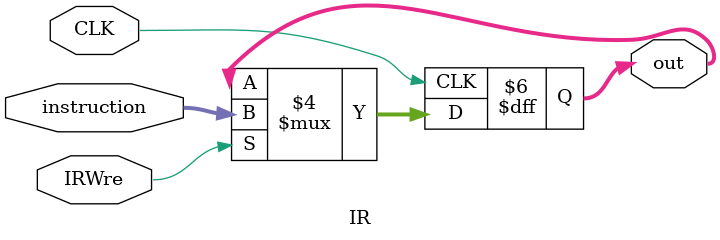
<source format=v>
`timescale 1ns / 1ps


module IR(
        input CLK,
        input IRWre,
        input [31:0] instruction,
        output reg[31:0] out
    );
    initial begin
        out = 0;
    end
    always@(posedge CLK) begin
        if (IRWre) begin
            out <= instruction;
        end
        else begin
            out <= out;
        end
    end
endmodule

</source>
